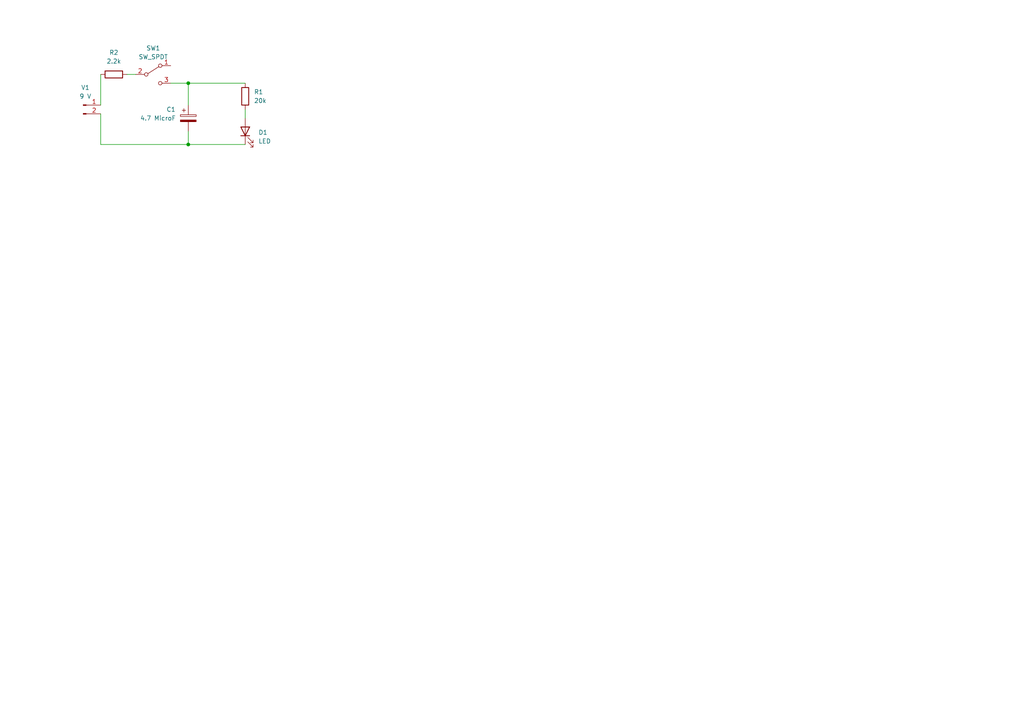
<source format=kicad_sch>
(kicad_sch (version 20211123) (generator eeschema)
  (paper "A4")
  (lib_symbols
    (symbol "Connector:Conn_01x02_Male" (pin_names (offset 1.016) hide)
      (property "Reference" "J" (at 0 2.54 0))
      (property "Value" "Conn_01x02_Male" (at 0 -5.08 0))
      (symbol "Conn_01x02_Male_1_1"
        (polyline (pts (xy 1.27 -2.54) (xy 0.8636 -2.54)) (stroke (width 0.1524)))
        (polyline (pts (xy 1.27 0) (xy 0.8636 0)) (stroke (width 0.1524)))
        (rectangle (start 0.8636 -2.413) (end 0 -2.667) (stroke (width 0.1524)) (fill (type outline)))
        (rectangle (start 0.8636 0.127) (end 0 -0.127) (stroke (width 0.1524)) (fill (type outline)))
        (pin passive line (at 5.08 0 180) (length 3.81) (name "Pin_1") (number "1"))
        (pin passive line (at 5.08 -2.54 180) (length 3.81) (name "Pin_2") (number "2"))
      )
    )
    (symbol "Device:C_Polarized" (pin_numbers hide) (pin_names (offset 0.254))
      (property "Reference" "C" (at 0.635 2.54 0))
      (property "Value" "C_Polarized" (at 0.635 -2.54 0))
      (symbol "C_Polarized_0_1"
        (rectangle (start -2.286 0.508) (end 2.286 1.016))
        (polyline (pts (xy -1.778 2.286) (xy -0.762 2.286)))
        (polyline (pts (xy -1.27 2.794) (xy -1.27 1.778)))
        (rectangle (start 2.286 -0.508) (end -2.286 -1.016) (fill (type outline)))
      )
      (symbol "C_Polarized_1_1"
        (pin passive line (at 0 3.81 270) (length 2.794) (name "~") (number "1"))
        (pin passive line (at 0 -3.81 90) (length 2.794) (name "~") (number "2"))
      )
    )
    (symbol "Device:LED" (pin_numbers hide) (pin_names (offset 1.016) hide)
      (property "Reference" "D" (at 0 2.54 0))
      (property "Value" "LED" (at 0 -2.54 0))
      (symbol "LED_0_1"
        (polyline (pts (xy -1.27 -1.27) (xy -1.27 1.27)) (stroke (width 0.254)))
        (polyline (pts (xy -1.27 0) (xy 1.27 0)))
        (polyline (pts (xy 1.27 -1.27) (xy 1.27 1.27) (xy -1.27 0) (xy 1.27 -1.27)) (stroke (width 0.254)))
        (polyline (pts (xy -3.048 -0.762) (xy -4.572 -2.286) (xy -3.81 -2.286) (xy -4.572 -2.286) (xy -4.572 -1.524)))
        (polyline (pts (xy -1.778 -0.762) (xy -3.302 -2.286) (xy -2.54 -2.286) (xy -3.302 -2.286) (xy -3.302 -1.524)))
      )
      (symbol "LED_1_1"
        (pin passive line (at -3.81 0 0) (length 2.54) (name "K") (number "1"))
        (pin passive line (at 3.81 0 180) (length 2.54) (name "A") (number "2"))
      )
    )
    (symbol "Device:R" (pin_numbers hide) (pin_names (offset 0))
      (property "Reference" "R" (at 2.032 0 90))
      (property "Value" "R" (at 0 0 90))
      (symbol "R_0_1"
        (rectangle (start -1.016 -2.54) (end 1.016 2.54) (stroke (width 0.254)))
      )
      (symbol "R_1_1"
        (pin passive line (at 0 3.81 270) (length 1.27) (name "~") (number "1"))
        (pin passive line (at 0 -3.81 90) (length 1.27) (name "~") (number "2"))
      )
    )
    (symbol "Switch:SW_SPDT" (pin_names (offset 0) hide)
      (property "Reference" "SW" (at 0 4.318 0))
      (property "Value" "SW_SPDT" (at 0 -5.08 0))
      (symbol "SW_SPDT_0_0"
        (circle (center -2.032 0) (radius 0.508))
        (circle (center 2.032 -2.54) (radius 0.508))
      )
      (symbol "SW_SPDT_0_1"
        (polyline (pts (xy -1.524 0.254) (xy 1.651 2.286)))
        (circle (center 2.032 2.54) (radius 0.508))
      )
      (symbol "SW_SPDT_1_1"
        (pin passive line (at 5.08 2.54 180) (length 2.54) (name "A") (number "1"))
        (pin passive line (at -5.08 0 0) (length 2.54) (name "B") (number "2"))
        (pin passive line (at 5.08 -2.54 180) (length 2.54) (name "C") (number "3"))
      )
    )
  )
  (junction (at 54.61 41.91))
  (junction (at 54.61 24.13))
  (wire (pts (xy 54.61 38.1) (xy 54.61 41.91)))
  (wire (pts (xy 29.21 41.91) (xy 29.21 33.02)))
  (wire (pts (xy 71.12 31.75) (xy 71.12 34.29)))
  (wire (pts (xy 36.83 21.59) (xy 39.37 21.59)))
  (wire (pts (xy 49.53 24.13) (xy 54.61 24.13)))
  (wire (pts (xy 54.61 24.13) (xy 54.61 30.48)))
  (wire (pts (xy 71.12 41.91) (xy 54.61 41.91)))
  (wire (pts (xy 29.21 21.59) (xy 29.21 30.48)))
  (wire (pts (xy 54.61 41.91) (xy 29.21 41.91)))
  (wire (pts (xy 54.61 24.13) (xy 71.12 24.13)))
  (symbol (lib_id "Device:LED") (at 71.12 38.1 90) (unit 1)
    (property "Reference" "D1" (at 74.93 38.4174 90) (effects (justify right)))
    (property "Value" "LED" (at 74.93 40.9574 90) (effects (justify right)))
    (property "Footprint" "LED_THT:LED_D5.0mm" (effects hide))
  )
  (symbol (lib_id "Device:R") (at 71.12 27.94 0) (unit 1)
    (property "Reference" "R1" (at 73.66 26.6699 0) (effects (justify left)))
    (property "Value" "20k" (at 73.66 29.2099 0) (effects (justify left)))
    (property "Footprint" "Resistor_THT:R_Axial_DIN0516_L15.5mm_D5.0mm_P20.32mm_Horizontal" (effects hide))
  )
  (symbol (lib_id "Device:R") (at 33.02 21.59 90) (unit 1)
    (property "Reference" "R2" (at 33.02 15.24 90))
    (property "Value" "2.2k" (at 33.02 17.78 90))
    (property "Footprint" "Resistor_THT:R_Axial_DIN0516_L15.5mm_D5.0mm_P20.32mm_Horizontal" (effects hide))
  )
  (symbol (lib_id "Device:C_Polarized") (at 54.61 34.29 0) (unit 1)
    (property "Reference" "C1" (at 48.26 31.75 0) (effects (justify left)))
    (property "Value" "4.7 MicroF" (at 40.64 34.29 0) (effects (justify left)))
    (property "Footprint" "Capacitor_THT:C_Radial_D5.0mm_H5.0mm_P2.00mm" (effects hide))
  )
  (symbol (lib_id "Connector:Conn_01x02_Male") (at 24.13 30.48 0) (unit 1)
    (property "Reference" "V1" (at 24.765 25.4 0))
    (property "Value" "9 V" (at 24.765 27.94 0))
    (property "Footprint" "Connector_JST:JST_PH_B2B-PH-K_1x02_P2.00mm_Vertical" (effects hide))
  )
  (symbol (lib_id "Switch:SW_SPDT") (at 44.45 21.59 0) (unit 1)
    (property "Reference" "SW1" (at 44.45 13.97 0))
    (property "Value" "SW_SPDT" (at 44.45 16.51 0))
    (property "Footprint" "Button_Switch_THT:SW_E-Switch_EG1224_SPDT_Angled" (effects hide))
  )
)
</source>
